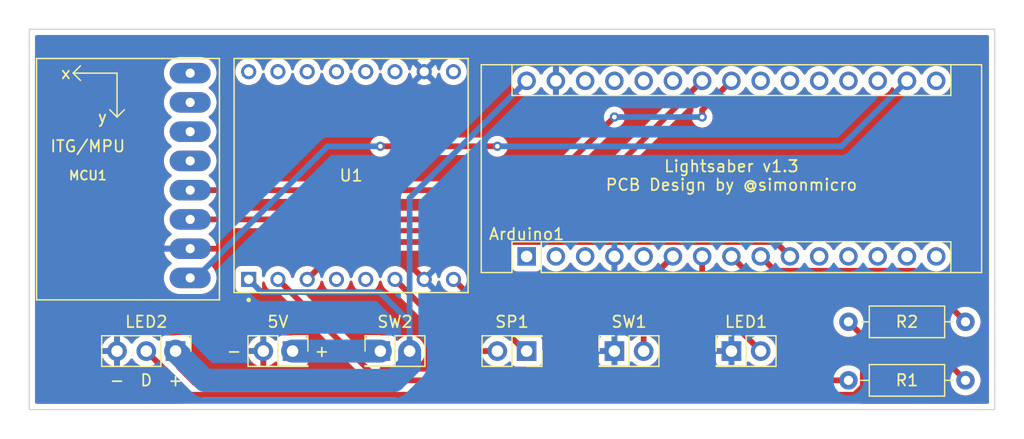
<source format=kicad_pcb>
(kicad_pcb (version 20211014) (generator pcbnew)
  (layers (0 "F.Cu" signal) (31 "B.Cu" signal) (34 "B.Paste" user) (35 "F.Paste" user) (36 "B.SilkS" user "B.Silkscreen") (37 "F.SilkS" user "F.Silkscreen") (38 "B.Mask" user) (39 "F.Mask" user) (44 "Edge.Cuts" user))
  (net 0 "")
  (net 1 "3.3V")
  (net 2 "GND")
  (net 3 "D3")
  (net 4 "D4")
  (net 5 "A4")
  (net 6 "D5")
  (net 7 "A5")
  (net 8 "D6")
  (net 9 "D7")
  (net 14 "5V")
  (net 30 "+5V")
  (net 31 "Net-(R1-Pad2)")
  (net 32 "Net-(SP1-Pad1)")
  (net 33 "Net-(SP1-Pad2)")
  (net 38 "Net-(LED2-Pad4)")
  (footprint "Module:Arduino_Nano" (layer "F.Cu") (at 147.32 101 90)
    (fp_text reference "Arduino1" (at 1.94 0 180) (layer "F.SilkS"))
    (fp_text value "Arduino_Nano_v3.x")
    (fp_line (start 13.97 -1.27) (end 13.97 36.83) (layer "F.SilkS") (width 0.12))
    (fp_line (start 16.64 39.5) (end 16.64 -3.94) (layer "F.SilkS") (width 0.12))
    (fp_line (start -1.4 -3.94) (end -1.4 -1.27) (layer "F.SilkS") (width 0.12))
    (fp_line (start 1.27 36.83) (end -1.4 36.83) (layer "F.SilkS") (width 0.12))
    (fp_line (start 13.97 36.83) (end 16.64 36.83) (layer "F.SilkS") (width 0.12))
    (fp_line (start 16.64 -3.94) (end -1.4 -3.94) (layer "F.SilkS") (width 0.12))
    (fp_line (start 1.27 1.27) (end -1.4 1.27) (layer "F.SilkS") (width 0.12))
    (fp_line (start -1.4 39.5) (end 16.64 39.5) (layer "F.SilkS") (width 0.12))
    (fp_line (start 1.27 1.27) (end 1.27 36.83) (layer "F.SilkS") (width 0.12))
    (fp_line (start -1.4 1.27) (end -1.4 39.5) (layer "F.SilkS") (width 0.12))
    (fp_line (start 1.27 -1.27) (end -1.4 -1.27) (layer "F.SilkS") (width 0.12))
    (fp_line (start 13.97 -1.27) (end 16.64 -1.27) (layer "F.SilkS") (width 0.12))
    (fp_line (start 1.27 1.27) (end 1.27 -1.27) (layer "F.SilkS") (width 0.12))
    (pad "1" thru_hole rect locked (at 0 0 90) (size 1.6 1.6) (drill 1) (layers *.Cu *.Mask))
    (pad "2" thru_hole oval locked (at 0 2.54 90) (size 1.6 1.6) (drill 1) (layers *.Cu *.Mask))
    (pad "3" thru_hole oval locked (at 0 5.08 90) (size 1.6 1.6) (drill 1) (layers *.Cu *.Mask))
    (pad "4" thru_hole oval locked (at 0 7.62 90) (size 1.6 1.6) (drill 1) (layers *.Cu *.Mask) (net 2 "GND"))
    (pad "5" thru_hole oval locked (at 0 10.16 90) (size 1.6 1.6) (drill 1) (layers *.Cu *.Mask))
    (pad "6" thru_hole oval locked (at 0 12.7 90) (size 1.6 1.6) (drill 1) (layers *.Cu *.Mask) (net 3 "D3"))
    (pad "7" thru_hole oval locked (at 0 15.24 90) (size 1.6 1.6) (drill 1) (layers *.Cu *.Mask) (net 4 "D4"))
    (pad "8" thru_hole oval locked (at 0 17.78 90) (size 1.6 1.6) (drill 1) (layers *.Cu *.Mask) (net 6 "D5"))
    (pad "9" thru_hole oval locked (at 0 20.32 90) (size 1.6 1.6) (drill 1) (layers *.Cu *.Mask) (net 8 "D6"))
    (pad "10" thru_hole oval locked (at 0 22.86 90) (size 1.6 1.6) (drill 1) (layers *.Cu *.Mask) (net 9 "D7"))
    (pad "11" thru_hole oval locked (at 0 25.4 90) (size 1.6 1.6) (drill 1) (layers *.Cu *.Mask))
    (pad "12" thru_hole oval locked (at 0 27.94 90) (size 1.6 1.6) (drill 1) (layers *.Cu *.Mask))
    (pad "13" thru_hole oval locked (at 0 30.48 90) (size 1.6 1.6) (drill 1) (layers *.Cu *.Mask))
    (pad "14" thru_hole oval locked (at 0 33.02 90) (size 1.6 1.6) (drill 1) (layers *.Cu *.Mask))
    (pad "15" thru_hole oval locked (at 0 35.56 90) (size 1.6 1.6) (drill 1) (layers *.Cu *.Mask))
    (pad "16" thru_hole oval locked (at 15.24 35.56 90) (size 1.6 1.6) (drill 1) (layers *.Cu *.Mask))
    (pad "17" thru_hole oval locked (at 15.24 33.02 90) (size 1.6 1.6) (drill 1) (layers *.Cu *.Mask) (net 1 "3.3V"))
    (pad "18" thru_hole oval locked (at 15.24 30.48 90) (size 1.6 1.6) (drill 1) (layers *.Cu *.Mask))
    (pad "19" thru_hole oval locked (at 15.24 27.94 90) (size 1.6 1.6) (drill 1) (layers *.Cu *.Mask))
    (pad "20" thru_hole oval locked (at 15.24 25.4 90) (size 1.6 1.6) (drill 1) (layers *.Cu *.Mask))
    (pad "21" thru_hole oval locked (at 15.24 22.86 90) (size 1.6 1.6) (drill 1) (layers *.Cu *.Mask))
    (pad "22" thru_hole oval locked (at 15.24 20.32 90) (size 1.6 1.6) (drill 1) (layers *.Cu *.Mask))
    (pad "23" thru_hole oval locked (at 15.24 17.78 90) (size 1.6 1.6) (drill 1) (layers *.Cu *.Mask) (net 5 "A4"))
    (pad "24" thru_hole oval locked (at 15.24 15.24 90) (size 1.6 1.6) (drill 1) (layers *.Cu *.Mask) (net 7 "A5"))
    (pad "25" thru_hole oval locked (at 15.24 12.7 90) (size 1.6 1.6) (drill 1) (layers *.Cu *.Mask))
    (pad "26" thru_hole oval locked (at 15.24 10.16 90) (size 1.6 1.6) (drill 1) (layers *.Cu *.Mask))
    (pad "27" thru_hole oval locked (at 15.24 7.62 90) (size 1.6 1.6) (drill 1) (layers *.Cu *.Mask))
    (pad "28" thru_hole oval locked (at 15.24 5.08 90) (size 1.6 1.6) (drill 1) (layers *.Cu *.Mask))
    (pad "29" thru_hole oval locked (at 15.24 2.54 90) (size 1.6 1.6) (drill 1) (layers *.Cu *.Mask) (net 2 "GND"))
    (pad "30" thru_hole oval locked (at 15.24 0 90) (size 1.6 1.6) (drill 1) (layers *.Cu *.Mask) (net 14 "5V"))
  )
  (footprint "Connector_PinHeader_2.54mm:PinHeader_1x03_P2.54mm_Vertical" (layer "F.Cu") (at 116.84 109.22 -90)
    (fp_text reference "LED2" (at -2.54 2.54 180) (layer "F.SilkS"))
    (fp_text value "WS2812B")
    (fp_line (start -1.33 0) (end -1.33 -1.33) (layer "F.SilkS") (width 0.12))
    (fp_line (start 1.33 1.27) (end 1.33 6.41) (layer "F.SilkS") (width 0.12))
    (fp_line (start -1.33 6.41) (end 1.33 6.41) (layer "F.SilkS") (width 0.12))
    (fp_line (start -1.33 1.27) (end 1.33 1.27) (layer "F.SilkS") (width 0.12))
    (fp_line (start -1.33 -1.33) (end 0 -1.33) (layer "F.SilkS") (width 0.12))
    (fp_line (start -1.33 1.27) (end -1.33 6.41) (layer "F.SilkS") (width 0.12))
    (pad "1" thru_hole rect locked (at 0 0 270) (size 1.7 1.7) (drill 1) (layers *.Cu *.Mask) (net 14 "5V"))
    (pad "3" thru_hole oval locked (at 0 5.08 270) (size 1.7 1.7) (drill 1) (layers *.Cu *.Mask) (net 2 "GND"))
    (pad "4" thru_hole oval locked (at 0 2.54 270) (size 1.7 1.7) (drill 1) (layers *.Cu *.Mask) (net 38 "Net-(LED2-Pad4)"))
  )
  (footprint "Connector_PinHeader_2.54mm:PinHeader_2x01_P2.54mm_Vertical" (layer "F.Cu") (at 154.94 109.22)
    (fp_text reference "SW1" (at 1.27 -2.54) (layer "F.SilkS"))
    (fp_text value "Control Button")
    (fp_line (start 3.87 -1.33) (end 3.87 1.33) (layer "F.SilkS") (width 0.12))
    (fp_line (start 1.27 -1.33) (end 3.87 -1.33) (layer "F.SilkS") (width 0.12))
    (fp_line (start 1.27 1.27) (end 1.27 -1.33) (layer "F.SilkS") (width 0.12))
    (fp_line (start -1.33 1.27) (end -1.33 1.33) (layer "F.SilkS") (width 0.12))
    (fp_line (start -1.33 1.27) (end 1.27 1.27) (layer "F.SilkS") (width 0.12))
    (fp_line (start -1.33 0) (end -1.33 -1.33) (layer "F.SilkS") (width 0.12))
    (fp_line (start -1.33 1.33) (end 3.87 1.33) (layer "F.SilkS") (width 0.12))
    (fp_line (start -1.33 -1.33) (end 0 -1.33) (layer "F.SilkS") (width 0.12))
    (pad "1" thru_hole oval locked (at 2.54 0) (size 1.7 1.7) (drill 1) (layers *.Cu *.Mask) (net 3 "D3"))
    (pad "2" thru_hole rect locked (at 0 0) (size 1.7 1.7) (drill 1) (layers *.Cu *.Mask) (net 2 "GND"))
  )
  (footprint "Connector_PinHeader_2.54mm:PinHeader_2x01_P2.54mm_Vertical" (layer "F.Cu") (at 134.62 109.22)
    (fp_text reference "SW2" (at 1.27 -2.54) (layer "F.SilkS"))
    (fp_text value "Power Switch")
    (fp_line (start 1.27 1.27) (end 1.27 -1.33) (layer "F.SilkS") (width 0.12))
    (fp_line (start -1.33 1.33) (end 3.87 1.33) (layer "F.SilkS") (width 0.12))
    (fp_line (start -1.33 1.27) (end 1.27 1.27) (layer "F.SilkS") (width 0.12))
    (fp_line (start -1.33 1.27) (end -1.33 1.33) (layer "F.SilkS") (width 0.12))
    (fp_line (start -1.33 0) (end -1.33 -1.33) (layer "F.SilkS") (width 0.12))
    (fp_line (start 1.27 -1.33) (end 3.87 -1.33) (layer "F.SilkS") (width 0.12))
    (fp_line (start 3.87 -1.33) (end 3.87 1.33) (layer "F.SilkS") (width 0.12))
    (fp_line (start -1.33 -1.33) (end 0 -1.33) (layer "F.SilkS") (width 0.12))
    (pad "1" thru_hole rect locked (at 0 0) (size 1.7 1.7) (drill 1) (layers *.Cu *.Mask) (net 30 "+5V"))
    (pad "2" thru_hole oval locked (at 2.54 0) (size 1.7 1.7) (drill 1) (layers *.Cu *.Mask) (net 14 "5V"))
  )
  (footprint "Connector_PinSocket_2.54mm:PinSocket_2x01_P2.54mm_Vertical" (layer "F.Cu") (at 127 109.22)
    (fp_text reference "5V" (at -1.27 -2.54) (layer "F.SilkS"))
    (fp_text value "PinSocket_2x01_P2.54mm_Vertical")
    (fp_line (start -1.27 -1.33) (end -1.27 1.27) (layer "F.SilkS") (width 0.12))
    (fp_line (start 1.33 1.27) (end 1.33 1.33) (layer "F.SilkS") (width 0.12))
    (fp_line (start 0 -1.33) (end 1.33 -1.33) (layer "F.SilkS") (width 0.12))
    (fp_line (start 1.33 -1.33) (end 1.33 0) (layer "F.SilkS") (width 0.12))
    (fp_line (start -3.87 1.33) (end 1.33 1.33) (layer "F.SilkS") (width 0.12))
    (fp_line (start -1.27 1.27) (end 1.33 1.27) (layer "F.SilkS") (width 0.12))
    (fp_line (start -3.87 -1.33) (end -3.87 1.33) (layer "F.SilkS") (width 0.12))
    (fp_line (start -3.87 -1.33) (end -1.27 -1.33) (layer "F.SilkS") (width 0.12))
    (pad "1" thru_hole rect locked (at 0 0) (size 1.7 1.7) (drill 1) (layers *.Cu *.Mask) (net 30 "+5V"))
    (pad "2" thru_hole oval locked (at -2.54 0) (size 1.7 1.7) (drill 1) (layers *.Cu *.Mask) (net 2 "GND"))
  )
  (footprint "GY-521:GY-521" (layer "F.Cu") (at 109.22 93.98 180)
    (fp_text reference "MCU1" (at 0 0) (layer "F.SilkS") (effects (font (size 0.787402 0.787402))))
    (fp_text value "GY-521")
    (fp_text user "ITG/MPU" (at 0 2.54) (layer "F.SilkS"))
    (fp_text user "x" (at 1.905 8.89) (layer "F.SilkS"))
    (fp_text user "y" (at -1.27 5.08) (layer "F.SilkS"))
    (fp_line (start 1.27 8.89) (end 0.635 9.525) (layer "F.SilkS") (width 0.127))
    (fp_line (start 4.445 10.16) (end -11.43 10.16) (layer "F.SilkS") (width 0.127))
    (fp_line (start 4.445 -10.795) (end 4.445 10.16) (layer "F.SilkS") (width 0.127))
    (fp_line (start -2.54 8.89) (end 1.27 8.89) (layer "F.SilkS") (width 0.127))
    (fp_line (start 1.27 8.89) (end 0.635 8.255) (layer "F.SilkS") (width 0.127))
    (fp_line (start -11.43 10.16) (end -11.43 -10.795) (layer "F.SilkS") (width 0.127))
    (fp_line (start -11.43 -10.795) (end 4.445 -10.795) (layer "F.SilkS") (width 0.127))
    (fp_line (start -2.54 5.08) (end -3.175 5.715) (layer "F.SilkS") (width 0.127))
    (fp_line (start -2.54 8.89) (end -2.54 5.08) (layer "F.SilkS") (width 0.127))
    (fp_line (start -2.54 5.08) (end -1.905 5.715) (layer "F.SilkS") (width 0.127))
    (pad "1" thru_hole oval locked (at -8.89 -8.89 180) (size 3.556 1.778) (drill 0.8) (layers *.Cu *.Mask) (net 1 "3.3V"))
    (pad "2" thru_hole oval locked (at -8.89 -6.35 180) (size 3.556 1.778) (drill 0.8) (layers *.Cu *.Mask) (net 2 "GND"))
    (pad "3" thru_hole oval locked (at -8.89 -3.81 180) (size 3.556 1.778) (drill 0.8) (layers *.Cu *.Mask) (net 7 "A5"))
    (pad "4" thru_hole oval locked (at -8.89 -1.27 180) (size 3.556 1.778) (drill 0.8) (layers *.Cu *.Mask) (net 5 "A4"))
    (pad "5" thru_hole oval locked (at -8.89 1.27 180) (size 3.556 1.778) (drill 0.8) (layers *.Cu *.Mask))
    (pad "6" thru_hole oval locked (at -8.89 3.81 180) (size 3.556 1.778) (drill 0.8) (layers *.Cu *.Mask))
    (pad "7" thru_hole oval locked (at -8.89 6.35 180) (size 3.556 1.778) (drill 0.8) (layers *.Cu *.Mask))
    (pad "8" thru_hole oval locked (at -8.89 8.89 180) (size 3.556 1.778) (drill 0.8) (layers *.Cu *.Mask))
  )
  (footprint "Resistor_THT:R_Axial_DIN0207_L6.3mm_D2.5mm_P10.16mm_Horizontal" (layer "F.Cu") (at 185.42 106.68 180)
    (fp_text reference "R2" (at 5.08 0) (layer "F.SilkS"))
    (fp_text value "1000Ohm")
    (fp_line (start 1.81 -1.37) (end 1.81 1.37) (layer "F.SilkS") (width 0.12))
    (fp_line (start 1.04 0) (end 1.81 0) (layer "F.SilkS") (width 0.12))
    (fp_line (start 9.12 0) (end 8.35 0) (layer "F.SilkS") (width 0.12))
    (fp_line (start 8.35 -1.37) (end 1.81 -1.37) (layer "F.SilkS") (width 0.12))
    (fp_line (start 1.81 1.37) (end 8.35 1.37) (layer "F.SilkS") (width 0.12))
    (fp_line (start 8.35 1.37) (end 8.35 -1.37) (layer "F.SilkS") (width 0.12))
    (pad "1" thru_hole circle locked (at 0 0 180) (size 1.6 1.6) (drill 0.8) (layers *.Cu *.Mask) (net 8 "D6"))
    (pad "2" thru_hole oval locked (at 10.16 0 180) (size 1.6 1.6) (drill 0.8) (layers *.Cu *.Mask) (net 38 "Net-(LED2-Pad4)"))
  )
  (footprint "Connector_PinHeader_2.54mm:PinHeader_2x01_P2.54mm_Vertical" (layer "F.Cu") (at 165.1 109.22)
    (fp_text reference "LED1" (at 1.27 -2.54) (layer "F.SilkS"))
    (fp_text value "Control Button LED")
    (fp_line (start 3.87 -1.33) (end 3.87 1.33) (layer "F.SilkS") (width 0.12))
    (fp_line (start 1.27 1.27) (end 1.27 -1.33) (layer "F.SilkS") (width 0.12))
    (fp_line (start -1.33 1.27) (end -1.33 1.33) (layer "F.SilkS") (width 0.12))
    (fp_line (start -1.33 -1.33) (end 0 -1.33) (layer "F.SilkS") (width 0.12))
    (fp_line (start 1.27 -1.33) (end 3.87 -1.33) (layer "F.SilkS") (width 0.12))
    (fp_line (start -1.33 1.33) (end 3.87 1.33) (layer "F.SilkS") (width 0.12))
    (fp_line (start -1.33 1.27) (end 1.27 1.27) (layer "F.SilkS") (width 0.12))
    (fp_line (start -1.33 0) (end -1.33 -1.33) (layer "F.SilkS") (width 0.12))
    (pad "1" thru_hole rect locked (at 0 0) (size 1.7 1.7) (drill 1) (layers *.Cu *.Mask) (net 2 "GND"))
    (pad "2" thru_hole oval locked (at 2.54 0) (size 1.7 1.7) (drill 1) (layers *.Cu *.Mask) (net 4 "D4"))
  )
  (footprint "Resistor_THT:R_Axial_DIN0207_L6.3mm_D2.5mm_P10.16mm_Horizontal" (layer "F.Cu") (at 185.42 111.76 180)
    (fp_text reference "R1" (at 5.08 0) (layer "F.SilkS"))
    (fp_text value "1000Ohm")
    (fp_line (start 9.12 0) (end 8.35 0) (layer "F.SilkS") (width 0.12))
    (fp_line (start 8.35 1.37) (end 8.35 -1.37) (layer "F.SilkS") (width 0.12))
    (fp_line (start 1.04 0) (end 1.81 0) (layer "F.SilkS") (width 0.12))
    (fp_line (start 1.81 -1.37) (end 1.81 1.37) (layer "F.SilkS") (width 0.12))
    (fp_line (start 8.35 -1.37) (end 1.81 -1.37) (layer "F.SilkS") (width 0.12))
    (fp_line (start 1.81 1.37) (end 8.35 1.37) (layer "F.SilkS") (width 0.12))
    (pad "1" thru_hole circle locked (at 0 0 180) (size 1.6 1.6) (drill 0.8) (layers *.Cu *.Mask) (net 6 "D5"))
    (pad "2" thru_hole oval locked (at 10.16 0 180) (size 1.6 1.6) (drill 0.8) (layers *.Cu *.Mask) (net 31 "Net-(R1-Pad2)"))
  )
  (footprint "DFR0299:MODULE_DFR0299" (layer "F.Cu") (at 132.08 93.98 90)
    (fp_text reference "U1" (at 0 0 180) (layer "F.SilkS"))
    (fp_text value "DFR0299")
    (fp_line (start -10.16 10.16) (end -10.16 -10.16) (layer "F.SilkS") (width 0.127))
    (fp_line (start -10.16 -10.16) (end 10.16 -10.16) (layer "F.SilkS") (width 0.127))
    (fp_line (start 10.16 -10.16) (end 10.16 10.16) (layer "F.SilkS") (width 0.127))
    (fp_line (start 10.16 10.16) (end -10.16 10.16) (layer "F.SilkS") (width 0.127))
    (fp_circle (center -10.8 -8.89) (end -10.7 -8.89) (layer "F.SilkS") (width 0.2) (fill none))
    (pad "1" thru_hole rect locked (at -9.017 -8.89 90) (size 1.308 1.308) (drill 0.8) (layers *.Cu *.Mask) (net 14 "5V"))
    (pad "2" thru_hole circle locked (at -9.017 -6.35 90) (size 1.308 1.308) (drill 0.8) (layers *.Cu *.Mask) (net 31 "Net-(R1-Pad2)"))
    (pad "3" thru_hole circle locked (at -9.017 -3.81 90) (size 1.308 1.308) (drill 0.8) (layers *.Cu *.Mask) (net 9 "D7"))
    (pad "4" thru_hole circle locked (at -9.017 -1.27 90) (size 1.308 1.308) (drill 0.8) (layers *.Cu *.Mask))
    (pad "5" thru_hole circle locked (at -9.017 1.27 90) (size 1.308 1.308) (drill 0.8) (layers *.Cu *.Mask))
    (pad "6" thru_hole circle locked (at -9.017 3.81 90) (size 1.308 1.308) (drill 0.8) (layers *.Cu *.Mask) (net 33 "Net-(SP1-Pad2)"))
    (pad "7" thru_hole circle locked (at -9.017 6.35 90) (size 1.308 1.308) (drill 0.8) (layers *.Cu *.Mask) (net 2 "GND"))
    (pad "8" thru_hole circle locked (at -9.017 8.89 90) (size 1.308 1.308) (drill 0.8) (layers *.Cu *.Mask) (net 32 "Net-(SP1-Pad1)"))
    (pad "9" thru_hole circle locked (at 9.017 8.89 90) (size 1.308 1.308) (drill 0.8) (layers *.Cu *.Mask))
    (pad "10" thru_hole circle locked (at 9.017 6.35 90) (size 1.308 1.308) (drill 0.8) (layers *.Cu *.Mask) (net 2 "GND"))
    (pad "11" thru_hole circle locked (at 9.017 3.81 90) (size 1.308 1.308) (drill 0.8) (layers *.Cu *.Mask))
    (pad "12" thru_hole circle locked (at 9.017 1.27 90) (size 1.308 1.308) (drill 0.8) (layers *.Cu *.Mask))
    (pad "13" thru_hole circle locked (at 9.017 -1.27 90) (size 1.308 1.308) (drill 0.8) (layers *.Cu *.Mask))
    (pad "14" thru_hole circle locked (at 9.017 -3.81 90) (size 1.308 1.308) (drill 0.8) (layers *.Cu *.Mask))
    (pad "15" thru_hole circle locked (at 9.017 -6.35 90) (size 1.308 1.308) (drill 0.8) (layers *.Cu *.Mask))
    (pad "16" thru_hole circle locked (at 9.017 -8.89 90) (size 1.308 1.308) (drill 0.8) (layers *.Cu *.Mask))
  )
  (footprint "Connector_PinHeader_2.54mm:PinHeader_2x01_P2.54mm_Vertical" (layer "F.Cu") (at 147.32 109.22 180)
    (fp_text reference "SP1" (at 1.27 2.54 180) (layer "F.SilkS"))
    (fp_text value "Speaker")
    (fp_line (start -1.33 0) (end -1.33 -1.33) (layer "F.SilkS") (width 0.12))
    (fp_line (start -1.33 -1.33) (end 0 -1.33) (layer "F.SilkS") (width 0.12))
    (fp_line (start 1.27 -1.33) (end 3.87 -1.33) (layer "F.SilkS") (width 0.12))
    (fp_line (start 1.27 1.27) (end 1.27 -1.33) (layer "F.SilkS") (width 0.12))
    (fp_line (start -1.33 1.33) (end 3.87 1.33) (layer "F.SilkS") (width 0.12))
    (fp_line (start -1.33 1.27) (end -1.33 1.33) (layer "F.SilkS") (width 0.12))
    (fp_line (start 3.87 -1.33) (end 3.87 1.33) (layer "F.SilkS") (width 0.12))
    (fp_line (start -1.33 1.27) (end 1.27 1.27) (layer "F.SilkS") (width 0.12))
    (pad "1" thru_hole rect locked (at 0 0 180) (size 1.7 1.7) (drill 1) (layers *.Cu *.Mask) (net 32 "Net-(SP1-Pad1)"))
    (pad "2" thru_hole oval locked (at 2.54 0 180) (size 1.7 1.7) (drill 1) (layers *.Cu *.Mask) (net 33 "Net-(SP1-Pad2)"))
  )
  (gr_rect (start 187.96 81.28) (end 104.14 114.3) (layer "Edge.Cuts") (width 0.1) (fill none))
  (gr_text "+" (at 129.54 109.22) (layer "F.SilkS") (effects (font (size 1 1))))
  (gr_text "-" (at 121.92 109.22) (layer "F.SilkS") (effects (font (size 1 1))))
  (gr_text "+" (at 116.84 111.76) (layer "F.SilkS") (effects (font (size 1 1))))
  (gr_text "Lightsaber v1.3\nPCB Design by @simonmicro" (at 165.1 93.98) (layer "F.SilkS") (effects (font (size 1 1))))
  (gr_text "D" (at 114.3 111.76) (layer "F.SilkS") (effects (font (size 1 1))))
  (gr_text "-" (at 111.76 111.76) (layer "F.SilkS") (effects (font (size 1 1))))
  (segment (start 134.62 91.44) (end 144.78 91.44) (width 0.5) (layer "F.Cu") (net 1))
  (via (at 134.62 91.44) (size 0.8) (drill 0.4) (layers "F.Cu" "B.Cu") (net 1))
  (via (at 144.78 91.44) (size 0.8) (drill 0.4) (layers "F.Cu" "B.Cu") (net 1))
  (segment (start 118.61 102.87) (end 118.11 102.87) (width 0.5) (layer "B.Cu") (net 1))
  (segment (start 134.62 91.44) (end 130.04 91.44) (width 0.5) (layer "B.Cu") (net 1))
  (segment (start 130.04 91.44) (end 118.61 102.87) (width 0.5) (layer "B.Cu") (net 1))
  (segment (start 144.78 91.44) (end 174.66 91.44) (width 0.5) (layer "B.Cu") (net 1))
  (segment (start 174.66 91.44) (end 180.34 85.76) (width 0.5) (layer "B.Cu") (net 1))
  (segment (start 157.48 103.54) (end 160.02 101) (width 0.5) (layer "F.Cu") (net 3))
  (segment (start 157.48 109.22) (end 157.48 103.54) (width 0.5) (layer "F.Cu") (net 3))
  (segment (start 162.56 104.14) (end 167.64 109.22) (width 0.5) (layer "F.Cu") (net 4))
  (segment (start 162.56 101) (end 162.56 104.14) (width 0.5) (layer "F.Cu") (net 4))
  (segment (start 148.59 95.25) (end 154.94 88.9) (width 0.5) (layer "F.Cu") (net 5))
  (segment (start 162.56 88.3) (end 165.1 85.76) (width 0.5) (layer "F.Cu") (net 5))
  (segment (start 162.56 88.9) (end 162.56 88.3) (width 0.5) (layer "F.Cu") (net 5))
  (segment (start 118.11 95.25) (end 148.59 95.25) (width 0.5) (layer "F.Cu") (net 5))
  (via (at 154.94 88.9) (size 0.8) (drill 0.4) (layers "F.Cu" "B.Cu") (net 5))
  (via (at 162.56 88.9) (size 0.8) (drill 0.4) (layers "F.Cu" "B.Cu") (net 5))
  (segment (start 162.56 88.9) (end 154.94 88.9) (width 0.5) (layer "B.Cu") (net 5))
  (segment (start 165.1 101) (end 167.049031 102.949031) (width 0.5) (layer "F.Cu") (net 6))
  (segment (start 167.049031 102.949031) (end 176.609031 102.949031) (width 0.5) (layer "F.Cu") (net 6))
  (segment (start 176.609031 102.949031) (end 185.42 111.76) (width 0.5) (layer "F.Cu") (net 6))
  (segment (start 118.11 97.79) (end 150.53 97.79) (width 0.5) (layer "F.Cu") (net 7))
  (segment (start 150.53 97.79) (end 162.56 85.76) (width 0.5) (layer "F.Cu") (net 7))
  (segment (start 167.64 101) (end 168.889511 102.249511) (width 0.5) (layer "F.Cu") (net 8))
  (segment (start 168.889511 102.249511) (end 180.989511 102.249511) (width 0.5) (layer "F.Cu") (net 8))
  (segment (start 180.989511 102.249511) (end 185.42 106.68) (width 0.5) (layer "F.Cu") (net 8))
  (segment (start 128.27 102.997) (end 131.516511 99.750489) (width 0.5) (layer "F.Cu") (net 9))
  (segment (start 131.516511 99.750489) (end 168.930489 99.750489) (width 0.5) (layer "F.Cu") (net 9))
  (segment (start 168.930489 99.750489) (end 170.18 101) (width 0.5) (layer "F.Cu") (net 9))
  (segment (start 124.293511 104.100511) (end 132.040511 104.100511) (width 0.5) (layer "B.Cu") (net 14))
  (segment (start 123.19 102.997) (end 124.293511 104.100511) (width 0.5) (layer "B.Cu") (net 14))
  (segment (start 137.16 106.68) (end 134.580511 104.100511) (width 0.5) (layer "B.Cu") (net 14))
  (segment (start 137.16 109.22) (end 137.16 106.68) (width 0.5) (layer "B.Cu") (net 14))
  (segment (start 137.16 95.92) (end 147.32 85.76) (width 0.5) (layer "B.Cu") (net 14))
  (segment (start 135.822081 111.76) (end 137.16 110.422081) (width 2) (layer "B.Cu") (net 14))
  (segment (start 134.580511 104.100511) (end 132.040511 104.100511) (width 0.5) (layer "B.Cu") (net 14))
  (segment (start 137.16 110.422081) (end 137.16 109.22) (width 2) (layer "B.Cu") (net 14))
  (segment (start 137.16 106.68) (end 137.16 95.92) (width 0.5) (layer "B.Cu") (net 14))
  (segment (start 119.38 111.76) (end 135.822081 111.76) (width 2) (layer "B.Cu") (net 14))
  (segment (start 116.84 109.22) (end 119.38 111.76) (width 2) (layer "B.Cu") (net 14))
  (segment (start 127 109.22) (end 134.62 109.22) (width 2) (layer "B.Cu") (net 30))
  (segment (start 134.493 111.76) (end 175.26 111.76) (width 0.5) (layer "F.Cu") (net 31))
  (segment (start 125.73 102.997) (end 134.493 111.76) (width 0.5) (layer "F.Cu") (net 31))
  (segment (start 140.97 102.997) (end 147.193 109.22) (width 0.5) (layer "F.Cu") (net 32))
  (segment (start 147.193 109.22) (end 147.32 109.22) (width 0.5) (layer "F.Cu") (net 32))
  (segment (start 142.113 109.22) (end 144.78 109.22) (width 0.5) (layer "F.Cu") (net 33))
  (segment (start 135.89 102.997) (end 142.113 109.22) (width 0.5) (layer "F.Cu") (net 33))
  (segment (start 118.089511 113.009511) (end 175.777565 113.009511) (width 0.5) (layer "F.Cu") (net 38))
  (segment (start 114.3 109.22) (end 118.089511 113.009511) (width 0.5) (layer "F.Cu") (net 38))
  (segment (start 176.509511 107.929511) (end 175.26 106.68) (width 0.5) (layer "F.Cu") (net 38))
  (segment (start 176.509511 112.277565) (end 176.509511 107.929511) (width 0.5) (layer "F.Cu") (net 38))
  (segment (start 175.777565 113.009511) (end 176.509511 112.277565) (width 0.5) (layer "F.Cu") (net 38))
  (zone (net 2) (net_name "GND") (layers F&B.Cu) (name "gnd") (connect_pads (clearance 0.508)) (min_thickness 0.254) (fill yes (thermal_gap 0.508) (thermal_bridge_width 0.508) (island_removal_mode 1) (island_area_min 0))
    (polygon (pts (xy 190.5 116.84) (xy 101.6 116.84) (xy 101.6 78.74) (xy 190.5 78.74)))
  )
)
</source>
